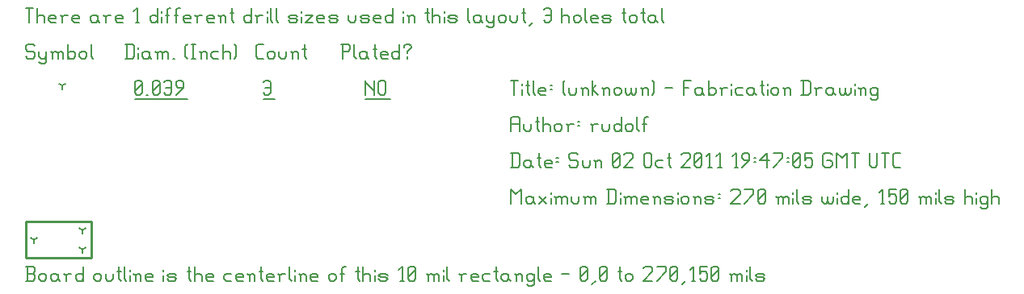
<source format=gbr>
G04 start of page 11 for group -3984 idx -3984 *
G04 Title: (unknown), fab *
G04 Creator: pcb 20100929 *
G04 CreationDate: Sun 02 Oct 2011 19:47:05 GMT UTC *
G04 For: rudolf *
G04 Format: Gerber/RS-274X *
G04 PCB-Dimensions: 27001 15001 *
G04 PCB-Coordinate-Origin: lower left *
%MOIN*%
%FSLAX25Y25*%
%LNFAB*%
%ADD14C,0.0100*%
%ADD15C,0.0080*%
%ADD16C,0.0060*%
G54D15*X3500Y7501D02*Y5901D01*
Y7501D02*X4886Y8301D01*
X3500Y7501D02*X2114Y8301D01*
X23500Y3501D02*Y1901D01*
Y3501D02*X24886Y4301D01*
X23500Y3501D02*X22114Y4301D01*
X23500Y11501D02*Y9901D01*
Y11501D02*X24886Y12301D01*
X23500Y11501D02*X22114Y12301D01*
X15000Y71251D02*Y69651D01*
Y71251D02*X16386Y72051D01*
X15000Y71251D02*X13614Y72051D01*
G54D16*X140000Y73501D02*Y67501D01*
Y73501D02*Y72751D01*
X143750Y69001D01*
Y73501D02*Y67501D01*
X145551Y72751D02*Y68251D01*
Y72751D02*X146301Y73501D01*
X147801D01*
X148551Y72751D01*
Y68251D01*
X147801Y67501D02*X148551Y68251D01*
X146301Y67501D02*X147801D01*
X145551Y68251D02*X146301Y67501D01*
X140000Y65750D02*X150353D01*
X98000Y72751D02*X98750Y73501D01*
X100250D01*
X101000Y72751D01*
Y68251D01*
X100250Y67501D02*X101000Y68251D01*
X98750Y67501D02*X100250D01*
X98000Y68251D02*X98750Y67501D01*
Y70501D02*X101000D01*
X98000Y65750D02*X102801D01*
X45000Y68251D02*X45750Y67501D01*
X45000Y72751D02*Y68251D01*
Y72751D02*X45750Y73501D01*
X47250D01*
X48000Y72751D01*
Y68251D01*
X47250Y67501D02*X48000Y68251D01*
X45750Y67501D02*X47250D01*
X45000Y69001D02*X48000Y72001D01*
X49801Y67501D02*X50551D01*
X52353Y68251D02*X53103Y67501D01*
X52353Y72751D02*Y68251D01*
Y72751D02*X53103Y73501D01*
X54603D01*
X55353Y72751D01*
Y68251D01*
X54603Y67501D02*X55353Y68251D01*
X53103Y67501D02*X54603D01*
X52353Y69001D02*X55353Y72001D01*
X57154Y72751D02*X57904Y73501D01*
X59404D01*
X60154Y72751D01*
Y68251D01*
X59404Y67501D02*X60154Y68251D01*
X57904Y67501D02*X59404D01*
X57154Y68251D02*X57904Y67501D01*
Y70501D02*X60154D01*
X61956Y67501D02*X64956Y70501D01*
Y72751D02*Y70501D01*
X64206Y73501D02*X64956Y72751D01*
X62706Y73501D02*X64206D01*
X61956Y72751D02*X62706Y73501D01*
X61956Y72751D02*Y71251D01*
X62706Y70501D01*
X64956D01*
X45000Y65750D02*X66757D01*
X3000Y88501D02*X3750Y87751D01*
X750Y88501D02*X3000D01*
X0Y87751D02*X750Y88501D01*
X0Y87751D02*Y86251D01*
X750Y85501D01*
X3000D01*
X3750Y84751D01*
Y83251D01*
X3000Y82501D02*X3750Y83251D01*
X750Y82501D02*X3000D01*
X0Y83251D02*X750Y82501D01*
X5551Y85501D02*Y83251D01*
X6301Y82501D01*
X8551Y85501D02*Y81001D01*
X7801Y80251D02*X8551Y81001D01*
X6301Y80251D02*X7801D01*
X5551Y81001D02*X6301Y80251D01*
Y82501D02*X7801D01*
X8551Y83251D01*
X11103Y84751D02*Y82501D01*
Y84751D02*X11853Y85501D01*
X12603D01*
X13353Y84751D01*
Y82501D01*
Y84751D02*X14103Y85501D01*
X14853D01*
X15603Y84751D01*
Y82501D01*
X10353Y85501D02*X11103Y84751D01*
X17404Y88501D02*Y82501D01*
Y83251D02*X18154Y82501D01*
X19654D01*
X20404Y83251D01*
Y84751D02*Y83251D01*
X19654Y85501D02*X20404Y84751D01*
X18154Y85501D02*X19654D01*
X17404Y84751D02*X18154Y85501D01*
X22206Y84751D02*Y83251D01*
Y84751D02*X22956Y85501D01*
X24456D01*
X25206Y84751D01*
Y83251D01*
X24456Y82501D02*X25206Y83251D01*
X22956Y82501D02*X24456D01*
X22206Y83251D02*X22956Y82501D01*
X27007Y88501D02*Y83251D01*
X27757Y82501D01*
X41750Y88501D02*Y82501D01*
X44000Y88501D02*X44750Y87751D01*
Y83251D01*
X44000Y82501D02*X44750Y83251D01*
X41000Y82501D02*X44000D01*
X41000Y88501D02*X44000D01*
X46551Y87001D02*Y86251D01*
Y84751D02*Y82501D01*
X50303Y85501D02*X51053Y84751D01*
X48803Y85501D02*X50303D01*
X48053Y84751D02*X48803Y85501D01*
X48053Y84751D02*Y83251D01*
X48803Y82501D01*
X51053Y85501D02*Y83251D01*
X51803Y82501D01*
X48803D02*X50303D01*
X51053Y83251D01*
X54354Y84751D02*Y82501D01*
Y84751D02*X55104Y85501D01*
X55854D01*
X56604Y84751D01*
Y82501D01*
Y84751D02*X57354Y85501D01*
X58104D01*
X58854Y84751D01*
Y82501D01*
X53604Y85501D02*X54354Y84751D01*
X60656Y82501D02*X61406D01*
X65907Y83251D02*X66657Y82501D01*
X65907Y87751D02*X66657Y88501D01*
X65907Y87751D02*Y83251D01*
X68459Y88501D02*X69959D01*
X69209D02*Y82501D01*
X68459D02*X69959D01*
X72510Y84751D02*Y82501D01*
Y84751D02*X73260Y85501D01*
X74010D01*
X74760Y84751D01*
Y82501D01*
X71760Y85501D02*X72510Y84751D01*
X77312Y85501D02*X79562D01*
X76562Y84751D02*X77312Y85501D01*
X76562Y84751D02*Y83251D01*
X77312Y82501D01*
X79562D01*
X81363Y88501D02*Y82501D01*
Y84751D02*X82113Y85501D01*
X83613D01*
X84363Y84751D01*
Y82501D01*
X86165Y88501D02*X86915Y87751D01*
Y83251D01*
X86165Y82501D02*X86915Y83251D01*
X95750Y82501D02*X98000D01*
X95000Y83251D02*X95750Y82501D01*
X95000Y87751D02*Y83251D01*
Y87751D02*X95750Y88501D01*
X98000D01*
X99801Y84751D02*Y83251D01*
Y84751D02*X100551Y85501D01*
X102051D01*
X102801Y84751D01*
Y83251D01*
X102051Y82501D02*X102801Y83251D01*
X100551Y82501D02*X102051D01*
X99801Y83251D02*X100551Y82501D01*
X104603Y85501D02*Y83251D01*
X105353Y82501D01*
X106853D01*
X107603Y83251D01*
Y85501D02*Y83251D01*
X110154Y84751D02*Y82501D01*
Y84751D02*X110904Y85501D01*
X111654D01*
X112404Y84751D01*
Y82501D01*
X109404Y85501D02*X110154Y84751D01*
X114956Y88501D02*Y83251D01*
X115706Y82501D01*
X114206Y86251D02*X115706D01*
X130750Y88501D02*Y82501D01*
X130000Y88501D02*X133000D01*
X133750Y87751D01*
Y86251D01*
X133000Y85501D02*X133750Y86251D01*
X130750Y85501D02*X133000D01*
X135551Y88501D02*Y83251D01*
X136301Y82501D01*
X140053Y85501D02*X140803Y84751D01*
X138553Y85501D02*X140053D01*
X137803Y84751D02*X138553Y85501D01*
X137803Y84751D02*Y83251D01*
X138553Y82501D01*
X140803Y85501D02*Y83251D01*
X141553Y82501D01*
X138553D02*X140053D01*
X140803Y83251D01*
X144104Y88501D02*Y83251D01*
X144854Y82501D01*
X143354Y86251D02*X144854D01*
X147106Y82501D02*X149356D01*
X146356Y83251D02*X147106Y82501D01*
X146356Y84751D02*Y83251D01*
Y84751D02*X147106Y85501D01*
X148606D01*
X149356Y84751D01*
X146356Y84001D02*X149356D01*
Y84751D02*Y84001D01*
X154157Y88501D02*Y82501D01*
X153407D02*X154157Y83251D01*
X151907Y82501D02*X153407D01*
X151157Y83251D02*X151907Y82501D01*
X151157Y84751D02*Y83251D01*
Y84751D02*X151907Y85501D01*
X153407D01*
X154157Y84751D01*
X157459Y85501D02*Y84751D01*
Y83251D02*Y82501D01*
X155959Y87751D02*Y87001D01*
Y87751D02*X156709Y88501D01*
X158209D01*
X158959Y87751D01*
Y87001D01*
X157459Y85501D02*X158959Y87001D01*
X0Y103501D02*X3000D01*
X1500D02*Y97501D01*
X4801Y103501D02*Y97501D01*
Y99751D02*X5551Y100501D01*
X7051D01*
X7801Y99751D01*
Y97501D01*
X10353D02*X12603D01*
X9603Y98251D02*X10353Y97501D01*
X9603Y99751D02*Y98251D01*
Y99751D02*X10353Y100501D01*
X11853D01*
X12603Y99751D01*
X9603Y99001D02*X12603D01*
Y99751D02*Y99001D01*
X15154Y99751D02*Y97501D01*
Y99751D02*X15904Y100501D01*
X17404D01*
X14404D02*X15154Y99751D01*
X19956Y97501D02*X22206D01*
X19206Y98251D02*X19956Y97501D01*
X19206Y99751D02*Y98251D01*
Y99751D02*X19956Y100501D01*
X21456D01*
X22206Y99751D01*
X19206Y99001D02*X22206D01*
Y99751D02*Y99001D01*
X28957Y100501D02*X29707Y99751D01*
X27457Y100501D02*X28957D01*
X26707Y99751D02*X27457Y100501D01*
X26707Y99751D02*Y98251D01*
X27457Y97501D01*
X29707Y100501D02*Y98251D01*
X30457Y97501D01*
X27457D02*X28957D01*
X29707Y98251D01*
X33009Y99751D02*Y97501D01*
Y99751D02*X33759Y100501D01*
X35259D01*
X32259D02*X33009Y99751D01*
X37810Y97501D02*X40060D01*
X37060Y98251D02*X37810Y97501D01*
X37060Y99751D02*Y98251D01*
Y99751D02*X37810Y100501D01*
X39310D01*
X40060Y99751D01*
X37060Y99001D02*X40060D01*
Y99751D02*Y99001D01*
X45312Y97501D02*X46812D01*
X46062Y103501D02*Y97501D01*
X44562Y102001D02*X46062Y103501D01*
X54313D02*Y97501D01*
X53563D02*X54313Y98251D01*
X52063Y97501D02*X53563D01*
X51313Y98251D02*X52063Y97501D01*
X51313Y99751D02*Y98251D01*
Y99751D02*X52063Y100501D01*
X53563D01*
X54313Y99751D01*
X56115Y102001D02*Y101251D01*
Y99751D02*Y97501D01*
X58366Y102751D02*Y97501D01*
Y102751D02*X59116Y103501D01*
X59866D01*
X57616Y100501D02*X59116D01*
X62118Y102751D02*Y97501D01*
Y102751D02*X62868Y103501D01*
X63618D01*
X61368Y100501D02*X62868D01*
X65869Y97501D02*X68119D01*
X65119Y98251D02*X65869Y97501D01*
X65119Y99751D02*Y98251D01*
Y99751D02*X65869Y100501D01*
X67369D01*
X68119Y99751D01*
X65119Y99001D02*X68119D01*
Y99751D02*Y99001D01*
X70671Y99751D02*Y97501D01*
Y99751D02*X71421Y100501D01*
X72921D01*
X69921D02*X70671Y99751D01*
X75472Y97501D02*X77722D01*
X74722Y98251D02*X75472Y97501D01*
X74722Y99751D02*Y98251D01*
Y99751D02*X75472Y100501D01*
X76972D01*
X77722Y99751D01*
X74722Y99001D02*X77722D01*
Y99751D02*Y99001D01*
X80274Y99751D02*Y97501D01*
Y99751D02*X81024Y100501D01*
X81774D01*
X82524Y99751D01*
Y97501D01*
X79524Y100501D02*X80274Y99751D01*
X85075Y103501D02*Y98251D01*
X85825Y97501D01*
X84325Y101251D02*X85825D01*
X93027Y103501D02*Y97501D01*
X92277D02*X93027Y98251D01*
X90777Y97501D02*X92277D01*
X90027Y98251D02*X90777Y97501D01*
X90027Y99751D02*Y98251D01*
Y99751D02*X90777Y100501D01*
X92277D01*
X93027Y99751D01*
X95578D02*Y97501D01*
Y99751D02*X96328Y100501D01*
X97828D01*
X94828D02*X95578Y99751D01*
X99630Y102001D02*Y101251D01*
Y99751D02*Y97501D01*
X101131Y103501D02*Y98251D01*
X101881Y97501D01*
X103383Y103501D02*Y98251D01*
X104133Y97501D01*
X109084D02*X111334D01*
X112084Y98251D01*
X111334Y99001D02*X112084Y98251D01*
X109084Y99001D02*X111334D01*
X108334Y99751D02*X109084Y99001D01*
X108334Y99751D02*X109084Y100501D01*
X111334D01*
X112084Y99751D01*
X108334Y98251D02*X109084Y97501D01*
X113886Y102001D02*Y101251D01*
Y99751D02*Y97501D01*
X115387Y100501D02*X118387D01*
X115387Y97501D02*X118387Y100501D01*
X115387Y97501D02*X118387D01*
X120939D02*X123189D01*
X120189Y98251D02*X120939Y97501D01*
X120189Y99751D02*Y98251D01*
Y99751D02*X120939Y100501D01*
X122439D01*
X123189Y99751D01*
X120189Y99001D02*X123189D01*
Y99751D02*Y99001D01*
X125740Y97501D02*X127990D01*
X128740Y98251D01*
X127990Y99001D02*X128740Y98251D01*
X125740Y99001D02*X127990D01*
X124990Y99751D02*X125740Y99001D01*
X124990Y99751D02*X125740Y100501D01*
X127990D01*
X128740Y99751D01*
X124990Y98251D02*X125740Y97501D01*
X133242Y100501D02*Y98251D01*
X133992Y97501D01*
X135492D01*
X136242Y98251D01*
Y100501D02*Y98251D01*
X138793Y97501D02*X141043D01*
X141793Y98251D01*
X141043Y99001D02*X141793Y98251D01*
X138793Y99001D02*X141043D01*
X138043Y99751D02*X138793Y99001D01*
X138043Y99751D02*X138793Y100501D01*
X141043D01*
X141793Y99751D01*
X138043Y98251D02*X138793Y97501D01*
X144345D02*X146595D01*
X143595Y98251D02*X144345Y97501D01*
X143595Y99751D02*Y98251D01*
Y99751D02*X144345Y100501D01*
X145845D01*
X146595Y99751D01*
X143595Y99001D02*X146595D01*
Y99751D02*Y99001D01*
X151396Y103501D02*Y97501D01*
X150646D02*X151396Y98251D01*
X149146Y97501D02*X150646D01*
X148396Y98251D02*X149146Y97501D01*
X148396Y99751D02*Y98251D01*
Y99751D02*X149146Y100501D01*
X150646D01*
X151396Y99751D01*
X155898Y102001D02*Y101251D01*
Y99751D02*Y97501D01*
X158149Y99751D02*Y97501D01*
Y99751D02*X158899Y100501D01*
X159649D01*
X160399Y99751D01*
Y97501D01*
X157399Y100501D02*X158149Y99751D01*
X165651Y103501D02*Y98251D01*
X166401Y97501D01*
X164901Y101251D02*X166401D01*
X167902Y103501D02*Y97501D01*
Y99751D02*X168652Y100501D01*
X170152D01*
X170902Y99751D01*
Y97501D01*
X172704Y102001D02*Y101251D01*
Y99751D02*Y97501D01*
X174955D02*X177205D01*
X177955Y98251D01*
X177205Y99001D02*X177955Y98251D01*
X174955Y99001D02*X177205D01*
X174205Y99751D02*X174955Y99001D01*
X174205Y99751D02*X174955Y100501D01*
X177205D01*
X177955Y99751D01*
X174205Y98251D02*X174955Y97501D01*
X182457Y103501D02*Y98251D01*
X183207Y97501D01*
X186958Y100501D02*X187708Y99751D01*
X185458Y100501D02*X186958D01*
X184708Y99751D02*X185458Y100501D01*
X184708Y99751D02*Y98251D01*
X185458Y97501D01*
X187708Y100501D02*Y98251D01*
X188458Y97501D01*
X185458D02*X186958D01*
X187708Y98251D01*
X190260Y100501D02*Y98251D01*
X191010Y97501D01*
X193260Y100501D02*Y96001D01*
X192510Y95251D02*X193260Y96001D01*
X191010Y95251D02*X192510D01*
X190260Y96001D02*X191010Y95251D01*
Y97501D02*X192510D01*
X193260Y98251D01*
X195061Y99751D02*Y98251D01*
Y99751D02*X195811Y100501D01*
X197311D01*
X198061Y99751D01*
Y98251D01*
X197311Y97501D02*X198061Y98251D01*
X195811Y97501D02*X197311D01*
X195061Y98251D02*X195811Y97501D01*
X199863Y100501D02*Y98251D01*
X200613Y97501D01*
X202113D01*
X202863Y98251D01*
Y100501D02*Y98251D01*
X205414Y103501D02*Y98251D01*
X206164Y97501D01*
X204664Y101251D02*X206164D01*
X207666Y96001D02*X209166Y97501D01*
X213667Y102751D02*X214417Y103501D01*
X215917D01*
X216667Y102751D01*
Y98251D01*
X215917Y97501D02*X216667Y98251D01*
X214417Y97501D02*X215917D01*
X213667Y98251D02*X214417Y97501D01*
Y100501D02*X216667D01*
X221169Y103501D02*Y97501D01*
Y99751D02*X221919Y100501D01*
X223419D01*
X224169Y99751D01*
Y97501D01*
X225970Y99751D02*Y98251D01*
Y99751D02*X226720Y100501D01*
X228220D01*
X228970Y99751D01*
Y98251D01*
X228220Y97501D02*X228970Y98251D01*
X226720Y97501D02*X228220D01*
X225970Y98251D02*X226720Y97501D01*
X230772Y103501D02*Y98251D01*
X231522Y97501D01*
X233773D02*X236023D01*
X233023Y98251D02*X233773Y97501D01*
X233023Y99751D02*Y98251D01*
Y99751D02*X233773Y100501D01*
X235273D01*
X236023Y99751D01*
X233023Y99001D02*X236023D01*
Y99751D02*Y99001D01*
X238575Y97501D02*X240825D01*
X241575Y98251D01*
X240825Y99001D02*X241575Y98251D01*
X238575Y99001D02*X240825D01*
X237825Y99751D02*X238575Y99001D01*
X237825Y99751D02*X238575Y100501D01*
X240825D01*
X241575Y99751D01*
X237825Y98251D02*X238575Y97501D01*
X246826Y103501D02*Y98251D01*
X247576Y97501D01*
X246076Y101251D02*X247576D01*
X249078Y99751D02*Y98251D01*
Y99751D02*X249828Y100501D01*
X251328D01*
X252078Y99751D01*
Y98251D01*
X251328Y97501D02*X252078Y98251D01*
X249828Y97501D02*X251328D01*
X249078Y98251D02*X249828Y97501D01*
X254629Y103501D02*Y98251D01*
X255379Y97501D01*
X253879Y101251D02*X255379D01*
X259131Y100501D02*X259881Y99751D01*
X257631Y100501D02*X259131D01*
X256881Y99751D02*X257631Y100501D01*
X256881Y99751D02*Y98251D01*
X257631Y97501D01*
X259881Y100501D02*Y98251D01*
X260631Y97501D01*
X257631D02*X259131D01*
X259881Y98251D01*
X262432Y103501D02*Y98251D01*
X263182Y97501D01*
G54D14*X0Y15001D02*X27001D01*
X0D02*Y0D01*
X27001Y15001D02*Y0D01*
X0D02*X27001D01*
G54D16*X200000Y28501D02*Y22501D01*
Y28501D02*X202250Y26251D01*
X204500Y28501D01*
Y22501D01*
X208551Y25501D02*X209301Y24751D01*
X207051Y25501D02*X208551D01*
X206301Y24751D02*X207051Y25501D01*
X206301Y24751D02*Y23251D01*
X207051Y22501D01*
X209301Y25501D02*Y23251D01*
X210051Y22501D01*
X207051D02*X208551D01*
X209301Y23251D01*
X211853Y25501D02*X214853Y22501D01*
X211853D02*X214853Y25501D01*
X216654Y27001D02*Y26251D01*
Y24751D02*Y22501D01*
X218906Y24751D02*Y22501D01*
Y24751D02*X219656Y25501D01*
X220406D01*
X221156Y24751D01*
Y22501D01*
Y24751D02*X221906Y25501D01*
X222656D01*
X223406Y24751D01*
Y22501D01*
X218156Y25501D02*X218906Y24751D01*
X225207Y25501D02*Y23251D01*
X225957Y22501D01*
X227457D01*
X228207Y23251D01*
Y25501D02*Y23251D01*
X230759Y24751D02*Y22501D01*
Y24751D02*X231509Y25501D01*
X232259D01*
X233009Y24751D01*
Y22501D01*
Y24751D02*X233759Y25501D01*
X234509D01*
X235259Y24751D01*
Y22501D01*
X230009Y25501D02*X230759Y24751D01*
X240510Y28501D02*Y22501D01*
X242760Y28501D02*X243510Y27751D01*
Y23251D01*
X242760Y22501D02*X243510Y23251D01*
X239760Y22501D02*X242760D01*
X239760Y28501D02*X242760D01*
X245312Y27001D02*Y26251D01*
Y24751D02*Y22501D01*
X247563Y24751D02*Y22501D01*
Y24751D02*X248313Y25501D01*
X249063D01*
X249813Y24751D01*
Y22501D01*
Y24751D02*X250563Y25501D01*
X251313D01*
X252063Y24751D01*
Y22501D01*
X246813Y25501D02*X247563Y24751D01*
X254615Y22501D02*X256865D01*
X253865Y23251D02*X254615Y22501D01*
X253865Y24751D02*Y23251D01*
Y24751D02*X254615Y25501D01*
X256115D01*
X256865Y24751D01*
X253865Y24001D02*X256865D01*
Y24751D02*Y24001D01*
X259416Y24751D02*Y22501D01*
Y24751D02*X260166Y25501D01*
X260916D01*
X261666Y24751D01*
Y22501D01*
X258666Y25501D02*X259416Y24751D01*
X264218Y22501D02*X266468D01*
X267218Y23251D01*
X266468Y24001D02*X267218Y23251D01*
X264218Y24001D02*X266468D01*
X263468Y24751D02*X264218Y24001D01*
X263468Y24751D02*X264218Y25501D01*
X266468D01*
X267218Y24751D01*
X263468Y23251D02*X264218Y22501D01*
X269019Y27001D02*Y26251D01*
Y24751D02*Y22501D01*
X270521Y24751D02*Y23251D01*
Y24751D02*X271271Y25501D01*
X272771D01*
X273521Y24751D01*
Y23251D01*
X272771Y22501D02*X273521Y23251D01*
X271271Y22501D02*X272771D01*
X270521Y23251D02*X271271Y22501D01*
X276072Y24751D02*Y22501D01*
Y24751D02*X276822Y25501D01*
X277572D01*
X278322Y24751D01*
Y22501D01*
X275322Y25501D02*X276072Y24751D01*
X280874Y22501D02*X283124D01*
X283874Y23251D01*
X283124Y24001D02*X283874Y23251D01*
X280874Y24001D02*X283124D01*
X280124Y24751D02*X280874Y24001D01*
X280124Y24751D02*X280874Y25501D01*
X283124D01*
X283874Y24751D01*
X280124Y23251D02*X280874Y22501D01*
X285675Y26251D02*X286425D01*
X285675Y24751D02*X286425D01*
X290927Y27751D02*X291677Y28501D01*
X293927D01*
X294677Y27751D01*
Y26251D01*
X290927Y22501D02*X294677Y26251D01*
X290927Y22501D02*X294677D01*
X296478D02*X300228Y26251D01*
Y28501D02*Y26251D01*
X296478Y28501D02*X300228D01*
X302030Y23251D02*X302780Y22501D01*
X302030Y27751D02*Y23251D01*
Y27751D02*X302780Y28501D01*
X304280D01*
X305030Y27751D01*
Y23251D01*
X304280Y22501D02*X305030Y23251D01*
X302780Y22501D02*X304280D01*
X302030Y24001D02*X305030Y27001D01*
X310281Y24751D02*Y22501D01*
Y24751D02*X311031Y25501D01*
X311781D01*
X312531Y24751D01*
Y22501D01*
Y24751D02*X313281Y25501D01*
X314031D01*
X314781Y24751D01*
Y22501D01*
X309531Y25501D02*X310281Y24751D01*
X316583Y27001D02*Y26251D01*
Y24751D02*Y22501D01*
X318084Y28501D02*Y23251D01*
X318834Y22501D01*
X321086D02*X323336D01*
X324086Y23251D01*
X323336Y24001D02*X324086Y23251D01*
X321086Y24001D02*X323336D01*
X320336Y24751D02*X321086Y24001D01*
X320336Y24751D02*X321086Y25501D01*
X323336D01*
X324086Y24751D01*
X320336Y23251D02*X321086Y22501D01*
X328587Y25501D02*Y23251D01*
X329337Y22501D01*
X330087D01*
X330837Y23251D01*
Y25501D02*Y23251D01*
X331587Y22501D01*
X332337D01*
X333087Y23251D01*
Y25501D02*Y23251D01*
X334889Y27001D02*Y26251D01*
Y24751D02*Y22501D01*
X339390Y28501D02*Y22501D01*
X338640D02*X339390Y23251D01*
X337140Y22501D02*X338640D01*
X336390Y23251D02*X337140Y22501D01*
X336390Y24751D02*Y23251D01*
Y24751D02*X337140Y25501D01*
X338640D01*
X339390Y24751D01*
X341942Y22501D02*X344192D01*
X341192Y23251D02*X341942Y22501D01*
X341192Y24751D02*Y23251D01*
Y24751D02*X341942Y25501D01*
X343442D01*
X344192Y24751D01*
X341192Y24001D02*X344192D01*
Y24751D02*Y24001D01*
X345993Y21001D02*X347493Y22501D01*
X352745D02*X354245D01*
X353495Y28501D02*Y22501D01*
X351995Y27001D02*X353495Y28501D01*
X356046D02*X359046D01*
X356046D02*Y25501D01*
X356796Y26251D01*
X358296D01*
X359046Y25501D01*
Y23251D01*
X358296Y22501D02*X359046Y23251D01*
X356796Y22501D02*X358296D01*
X356046Y23251D02*X356796Y22501D01*
X360848Y23251D02*X361598Y22501D01*
X360848Y27751D02*Y23251D01*
Y27751D02*X361598Y28501D01*
X363098D01*
X363848Y27751D01*
Y23251D01*
X363098Y22501D02*X363848Y23251D01*
X361598Y22501D02*X363098D01*
X360848Y24001D02*X363848Y27001D01*
X369099Y24751D02*Y22501D01*
Y24751D02*X369849Y25501D01*
X370599D01*
X371349Y24751D01*
Y22501D01*
Y24751D02*X372099Y25501D01*
X372849D01*
X373599Y24751D01*
Y22501D01*
X368349Y25501D02*X369099Y24751D01*
X375401Y27001D02*Y26251D01*
Y24751D02*Y22501D01*
X376902Y28501D02*Y23251D01*
X377652Y22501D01*
X379904D02*X382154D01*
X382904Y23251D01*
X382154Y24001D02*X382904Y23251D01*
X379904Y24001D02*X382154D01*
X379154Y24751D02*X379904Y24001D01*
X379154Y24751D02*X379904Y25501D01*
X382154D01*
X382904Y24751D01*
X379154Y23251D02*X379904Y22501D01*
X387405Y28501D02*Y22501D01*
Y24751D02*X388155Y25501D01*
X389655D01*
X390405Y24751D01*
Y22501D01*
X392207Y27001D02*Y26251D01*
Y24751D02*Y22501D01*
X395958Y25501D02*X396708Y24751D01*
X394458Y25501D02*X395958D01*
X393708Y24751D02*X394458Y25501D01*
X393708Y24751D02*Y23251D01*
X394458Y22501D01*
X395958D01*
X396708Y23251D01*
X393708Y21001D02*X394458Y20251D01*
X395958D01*
X396708Y21001D01*
Y25501D02*Y21001D01*
X398510Y28501D02*Y22501D01*
Y24751D02*X399260Y25501D01*
X400760D01*
X401510Y24751D01*
Y22501D01*
X0Y-9500D02*X3000D01*
X3750Y-8750D01*
Y-7250D02*Y-8750D01*
X3000Y-6500D02*X3750Y-7250D01*
X750Y-6500D02*X3000D01*
X750Y-3500D02*Y-9500D01*
X0Y-3500D02*X3000D01*
X3750Y-4250D01*
Y-5750D01*
X3000Y-6500D02*X3750Y-5750D01*
X5551Y-7250D02*Y-8750D01*
Y-7250D02*X6301Y-6500D01*
X7801D01*
X8551Y-7250D01*
Y-8750D01*
X7801Y-9500D02*X8551Y-8750D01*
X6301Y-9500D02*X7801D01*
X5551Y-8750D02*X6301Y-9500D01*
X12603Y-6500D02*X13353Y-7250D01*
X11103Y-6500D02*X12603D01*
X10353Y-7250D02*X11103Y-6500D01*
X10353Y-7250D02*Y-8750D01*
X11103Y-9500D01*
X13353Y-6500D02*Y-8750D01*
X14103Y-9500D01*
X11103D02*X12603D01*
X13353Y-8750D01*
X16654Y-7250D02*Y-9500D01*
Y-7250D02*X17404Y-6500D01*
X18904D01*
X15904D02*X16654Y-7250D01*
X23706Y-3500D02*Y-9500D01*
X22956D02*X23706Y-8750D01*
X21456Y-9500D02*X22956D01*
X20706Y-8750D02*X21456Y-9500D01*
X20706Y-7250D02*Y-8750D01*
Y-7250D02*X21456Y-6500D01*
X22956D01*
X23706Y-7250D01*
X28207D02*Y-8750D01*
Y-7250D02*X28957Y-6500D01*
X30457D01*
X31207Y-7250D01*
Y-8750D01*
X30457Y-9500D02*X31207Y-8750D01*
X28957Y-9500D02*X30457D01*
X28207Y-8750D02*X28957Y-9500D01*
X33009Y-6500D02*Y-8750D01*
X33759Y-9500D01*
X35259D01*
X36009Y-8750D01*
Y-6500D02*Y-8750D01*
X38560Y-3500D02*Y-8750D01*
X39310Y-9500D01*
X37810Y-5750D02*X39310D01*
X40812Y-3500D02*Y-8750D01*
X41562Y-9500D01*
X43063Y-5000D02*Y-5750D01*
Y-7250D02*Y-9500D01*
X45315Y-7250D02*Y-9500D01*
Y-7250D02*X46065Y-6500D01*
X46815D01*
X47565Y-7250D01*
Y-9500D01*
X44565Y-6500D02*X45315Y-7250D01*
X50116Y-9500D02*X52366D01*
X49366Y-8750D02*X50116Y-9500D01*
X49366Y-7250D02*Y-8750D01*
Y-7250D02*X50116Y-6500D01*
X51616D01*
X52366Y-7250D01*
X49366Y-8000D02*X52366D01*
Y-7250D02*Y-8000D01*
X56868Y-5000D02*Y-5750D01*
Y-7250D02*Y-9500D01*
X59119D02*X61369D01*
X62119Y-8750D01*
X61369Y-8000D02*X62119Y-8750D01*
X59119Y-8000D02*X61369D01*
X58369Y-7250D02*X59119Y-8000D01*
X58369Y-7250D02*X59119Y-6500D01*
X61369D01*
X62119Y-7250D01*
X58369Y-8750D02*X59119Y-9500D01*
X67371Y-3500D02*Y-8750D01*
X68121Y-9500D01*
X66621Y-5750D02*X68121D01*
X69622Y-3500D02*Y-9500D01*
Y-7250D02*X70372Y-6500D01*
X71872D01*
X72622Y-7250D01*
Y-9500D01*
X75174D02*X77424D01*
X74424Y-8750D02*X75174Y-9500D01*
X74424Y-7250D02*Y-8750D01*
Y-7250D02*X75174Y-6500D01*
X76674D01*
X77424Y-7250D01*
X74424Y-8000D02*X77424D01*
Y-7250D02*Y-8000D01*
X82675Y-6500D02*X84925D01*
X81925Y-7250D02*X82675Y-6500D01*
X81925Y-7250D02*Y-8750D01*
X82675Y-9500D01*
X84925D01*
X87477D02*X89727D01*
X86727Y-8750D02*X87477Y-9500D01*
X86727Y-7250D02*Y-8750D01*
Y-7250D02*X87477Y-6500D01*
X88977D01*
X89727Y-7250D01*
X86727Y-8000D02*X89727D01*
Y-7250D02*Y-8000D01*
X92278Y-7250D02*Y-9500D01*
Y-7250D02*X93028Y-6500D01*
X93778D01*
X94528Y-7250D01*
Y-9500D01*
X91528Y-6500D02*X92278Y-7250D01*
X97080Y-3500D02*Y-8750D01*
X97830Y-9500D01*
X96330Y-5750D02*X97830D01*
X100081Y-9500D02*X102331D01*
X99331Y-8750D02*X100081Y-9500D01*
X99331Y-7250D02*Y-8750D01*
Y-7250D02*X100081Y-6500D01*
X101581D01*
X102331Y-7250D01*
X99331Y-8000D02*X102331D01*
Y-7250D02*Y-8000D01*
X104883Y-7250D02*Y-9500D01*
Y-7250D02*X105633Y-6500D01*
X107133D01*
X104133D02*X104883Y-7250D01*
X108934Y-3500D02*Y-8750D01*
X109684Y-9500D01*
X111186Y-5000D02*Y-5750D01*
Y-7250D02*Y-9500D01*
X113437Y-7250D02*Y-9500D01*
Y-7250D02*X114187Y-6500D01*
X114937D01*
X115687Y-7250D01*
Y-9500D01*
X112687Y-6500D02*X113437Y-7250D01*
X118239Y-9500D02*X120489D01*
X117489Y-8750D02*X118239Y-9500D01*
X117489Y-7250D02*Y-8750D01*
Y-7250D02*X118239Y-6500D01*
X119739D01*
X120489Y-7250D01*
X117489Y-8000D02*X120489D01*
Y-7250D02*Y-8000D01*
X124990Y-7250D02*Y-8750D01*
Y-7250D02*X125740Y-6500D01*
X127240D01*
X127990Y-7250D01*
Y-8750D01*
X127240Y-9500D02*X127990Y-8750D01*
X125740Y-9500D02*X127240D01*
X124990Y-8750D02*X125740Y-9500D01*
X130542Y-4250D02*Y-9500D01*
Y-4250D02*X131292Y-3500D01*
X132042D01*
X129792Y-6500D02*X131292D01*
X136993Y-3500D02*Y-8750D01*
X137743Y-9500D01*
X136243Y-5750D02*X137743D01*
X139245Y-3500D02*Y-9500D01*
Y-7250D02*X139995Y-6500D01*
X141495D01*
X142245Y-7250D01*
Y-9500D01*
X144046Y-5000D02*Y-5750D01*
Y-7250D02*Y-9500D01*
X146298D02*X148548D01*
X149298Y-8750D01*
X148548Y-8000D02*X149298Y-8750D01*
X146298Y-8000D02*X148548D01*
X145548Y-7250D02*X146298Y-8000D01*
X145548Y-7250D02*X146298Y-6500D01*
X148548D01*
X149298Y-7250D01*
X145548Y-8750D02*X146298Y-9500D01*
X154549D02*X156049D01*
X155299Y-3500D02*Y-9500D01*
X153799Y-5000D02*X155299Y-3500D01*
X157851Y-8750D02*X158601Y-9500D01*
X157851Y-4250D02*Y-8750D01*
Y-4250D02*X158601Y-3500D01*
X160101D01*
X160851Y-4250D01*
Y-8750D01*
X160101Y-9500D02*X160851Y-8750D01*
X158601Y-9500D02*X160101D01*
X157851Y-8000D02*X160851Y-5000D01*
X166102Y-7250D02*Y-9500D01*
Y-7250D02*X166852Y-6500D01*
X167602D01*
X168352Y-7250D01*
Y-9500D01*
Y-7250D02*X169102Y-6500D01*
X169852D01*
X170602Y-7250D01*
Y-9500D01*
X165352Y-6500D02*X166102Y-7250D01*
X172404Y-5000D02*Y-5750D01*
Y-7250D02*Y-9500D01*
X173905Y-3500D02*Y-8750D01*
X174655Y-9500D01*
X179607Y-7250D02*Y-9500D01*
Y-7250D02*X180357Y-6500D01*
X181857D01*
X178857D02*X179607Y-7250D01*
X184408Y-9500D02*X186658D01*
X183658Y-8750D02*X184408Y-9500D01*
X183658Y-7250D02*Y-8750D01*
Y-7250D02*X184408Y-6500D01*
X185908D01*
X186658Y-7250D01*
X183658Y-8000D02*X186658D01*
Y-7250D02*Y-8000D01*
X189210Y-6500D02*X191460D01*
X188460Y-7250D02*X189210Y-6500D01*
X188460Y-7250D02*Y-8750D01*
X189210Y-9500D01*
X191460D01*
X194011Y-3500D02*Y-8750D01*
X194761Y-9500D01*
X193261Y-5750D02*X194761D01*
X198513Y-6500D02*X199263Y-7250D01*
X197013Y-6500D02*X198513D01*
X196263Y-7250D02*X197013Y-6500D01*
X196263Y-7250D02*Y-8750D01*
X197013Y-9500D01*
X199263Y-6500D02*Y-8750D01*
X200013Y-9500D01*
X197013D02*X198513D01*
X199263Y-8750D01*
X202564Y-7250D02*Y-9500D01*
Y-7250D02*X203314Y-6500D01*
X204064D01*
X204814Y-7250D01*
Y-9500D01*
X201814Y-6500D02*X202564Y-7250D01*
X208866Y-6500D02*X209616Y-7250D01*
X207366Y-6500D02*X208866D01*
X206616Y-7250D02*X207366Y-6500D01*
X206616Y-7250D02*Y-8750D01*
X207366Y-9500D01*
X208866D01*
X209616Y-8750D01*
X206616Y-11000D02*X207366Y-11750D01*
X208866D01*
X209616Y-11000D01*
Y-6500D02*Y-11000D01*
X211417Y-3500D02*Y-8750D01*
X212167Y-9500D01*
X214419D02*X216669D01*
X213669Y-8750D02*X214419Y-9500D01*
X213669Y-7250D02*Y-8750D01*
Y-7250D02*X214419Y-6500D01*
X215919D01*
X216669Y-7250D01*
X213669Y-8000D02*X216669D01*
Y-7250D02*Y-8000D01*
X221170Y-6500D02*X224170D01*
X228672Y-8750D02*X229422Y-9500D01*
X228672Y-4250D02*Y-8750D01*
Y-4250D02*X229422Y-3500D01*
X230922D01*
X231672Y-4250D01*
Y-8750D01*
X230922Y-9500D02*X231672Y-8750D01*
X229422Y-9500D02*X230922D01*
X228672Y-8000D02*X231672Y-5000D01*
X233473Y-11000D02*X234973Y-9500D01*
X236775Y-8750D02*X237525Y-9500D01*
X236775Y-4250D02*Y-8750D01*
Y-4250D02*X237525Y-3500D01*
X239025D01*
X239775Y-4250D01*
Y-8750D01*
X239025Y-9500D02*X239775Y-8750D01*
X237525Y-9500D02*X239025D01*
X236775Y-8000D02*X239775Y-5000D01*
X245026Y-3500D02*Y-8750D01*
X245776Y-9500D01*
X244276Y-5750D02*X245776D01*
X247278Y-7250D02*Y-8750D01*
Y-7250D02*X248028Y-6500D01*
X249528D01*
X250278Y-7250D01*
Y-8750D01*
X249528Y-9500D02*X250278Y-8750D01*
X248028Y-9500D02*X249528D01*
X247278Y-8750D02*X248028Y-9500D01*
X254779Y-4250D02*X255529Y-3500D01*
X257779D01*
X258529Y-4250D01*
Y-5750D01*
X254779Y-9500D02*X258529Y-5750D01*
X254779Y-9500D02*X258529D01*
X260331D02*X264081Y-5750D01*
Y-3500D02*Y-5750D01*
X260331Y-3500D02*X264081D01*
X265882Y-8750D02*X266632Y-9500D01*
X265882Y-4250D02*Y-8750D01*
Y-4250D02*X266632Y-3500D01*
X268132D01*
X268882Y-4250D01*
Y-8750D01*
X268132Y-9500D02*X268882Y-8750D01*
X266632Y-9500D02*X268132D01*
X265882Y-8000D02*X268882Y-5000D01*
X270684Y-11000D02*X272184Y-9500D01*
X274735D02*X276235D01*
X275485Y-3500D02*Y-9500D01*
X273985Y-5000D02*X275485Y-3500D01*
X278037D02*X281037D01*
X278037D02*Y-6500D01*
X278787Y-5750D01*
X280287D01*
X281037Y-6500D01*
Y-8750D01*
X280287Y-9500D02*X281037Y-8750D01*
X278787Y-9500D02*X280287D01*
X278037Y-8750D02*X278787Y-9500D01*
X282838Y-8750D02*X283588Y-9500D01*
X282838Y-4250D02*Y-8750D01*
Y-4250D02*X283588Y-3500D01*
X285088D01*
X285838Y-4250D01*
Y-8750D01*
X285088Y-9500D02*X285838Y-8750D01*
X283588Y-9500D02*X285088D01*
X282838Y-8000D02*X285838Y-5000D01*
X291090Y-7250D02*Y-9500D01*
Y-7250D02*X291840Y-6500D01*
X292590D01*
X293340Y-7250D01*
Y-9500D01*
Y-7250D02*X294090Y-6500D01*
X294840D01*
X295590Y-7250D01*
Y-9500D01*
X290340Y-6500D02*X291090Y-7250D01*
X297391Y-5000D02*Y-5750D01*
Y-7250D02*Y-9500D01*
X298893Y-3500D02*Y-8750D01*
X299643Y-9500D01*
X301894D02*X304144D01*
X304894Y-8750D01*
X304144Y-8000D02*X304894Y-8750D01*
X301894Y-8000D02*X304144D01*
X301144Y-7250D02*X301894Y-8000D01*
X301144Y-7250D02*X301894Y-6500D01*
X304144D01*
X304894Y-7250D01*
X301144Y-8750D02*X301894Y-9500D01*
X200750Y43501D02*Y37501D01*
X203000Y43501D02*X203750Y42751D01*
Y38251D01*
X203000Y37501D02*X203750Y38251D01*
X200000Y37501D02*X203000D01*
X200000Y43501D02*X203000D01*
X207801Y40501D02*X208551Y39751D01*
X206301Y40501D02*X207801D01*
X205551Y39751D02*X206301Y40501D01*
X205551Y39751D02*Y38251D01*
X206301Y37501D01*
X208551Y40501D02*Y38251D01*
X209301Y37501D01*
X206301D02*X207801D01*
X208551Y38251D01*
X211853Y43501D02*Y38251D01*
X212603Y37501D01*
X211103Y41251D02*X212603D01*
X214854Y37501D02*X217104D01*
X214104Y38251D02*X214854Y37501D01*
X214104Y39751D02*Y38251D01*
Y39751D02*X214854Y40501D01*
X216354D01*
X217104Y39751D01*
X214104Y39001D02*X217104D01*
Y39751D02*Y39001D01*
X218906Y41251D02*X219656D01*
X218906Y39751D02*X219656D01*
X227157Y43501D02*X227907Y42751D01*
X224907Y43501D02*X227157D01*
X224157Y42751D02*X224907Y43501D01*
X224157Y42751D02*Y41251D01*
X224907Y40501D01*
X227157D01*
X227907Y39751D01*
Y38251D01*
X227157Y37501D02*X227907Y38251D01*
X224907Y37501D02*X227157D01*
X224157Y38251D02*X224907Y37501D01*
X229709Y40501D02*Y38251D01*
X230459Y37501D01*
X231959D01*
X232709Y38251D01*
Y40501D02*Y38251D01*
X235260Y39751D02*Y37501D01*
Y39751D02*X236010Y40501D01*
X236760D01*
X237510Y39751D01*
Y37501D01*
X234510Y40501D02*X235260Y39751D01*
X242012Y38251D02*X242762Y37501D01*
X242012Y42751D02*Y38251D01*
Y42751D02*X242762Y43501D01*
X244262D01*
X245012Y42751D01*
Y38251D01*
X244262Y37501D02*X245012Y38251D01*
X242762Y37501D02*X244262D01*
X242012Y39001D02*X245012Y42001D01*
X246813Y42751D02*X247563Y43501D01*
X249813D01*
X250563Y42751D01*
Y41251D01*
X246813Y37501D02*X250563Y41251D01*
X246813Y37501D02*X250563D01*
X255065Y42751D02*Y38251D01*
Y42751D02*X255815Y43501D01*
X257315D01*
X258065Y42751D01*
Y38251D01*
X257315Y37501D02*X258065Y38251D01*
X255815Y37501D02*X257315D01*
X255065Y38251D02*X255815Y37501D01*
X260616Y40501D02*X262866D01*
X259866Y39751D02*X260616Y40501D01*
X259866Y39751D02*Y38251D01*
X260616Y37501D01*
X262866D01*
X265418Y43501D02*Y38251D01*
X266168Y37501D01*
X264668Y41251D02*X266168D01*
X270369Y42751D02*X271119Y43501D01*
X273369D01*
X274119Y42751D01*
Y41251D01*
X270369Y37501D02*X274119Y41251D01*
X270369Y37501D02*X274119D01*
X275921Y38251D02*X276671Y37501D01*
X275921Y42751D02*Y38251D01*
Y42751D02*X276671Y43501D01*
X278171D01*
X278921Y42751D01*
Y38251D01*
X278171Y37501D02*X278921Y38251D01*
X276671Y37501D02*X278171D01*
X275921Y39001D02*X278921Y42001D01*
X281472Y37501D02*X282972D01*
X282222Y43501D02*Y37501D01*
X280722Y42001D02*X282222Y43501D01*
X285524Y37501D02*X287024D01*
X286274Y43501D02*Y37501D01*
X284774Y42001D02*X286274Y43501D01*
X292275Y37501D02*X293775D01*
X293025Y43501D02*Y37501D01*
X291525Y42001D02*X293025Y43501D01*
X295577Y37501D02*X298577Y40501D01*
Y42751D02*Y40501D01*
X297827Y43501D02*X298577Y42751D01*
X296327Y43501D02*X297827D01*
X295577Y42751D02*X296327Y43501D01*
X295577Y42751D02*Y41251D01*
X296327Y40501D01*
X298577D01*
X300378Y41251D02*X301128D01*
X300378Y39751D02*X301128D01*
X302930Y40501D02*X305930Y43501D01*
X302930Y40501D02*X306680D01*
X305930Y43501D02*Y37501D01*
X308481D02*X312231Y41251D01*
Y43501D02*Y41251D01*
X308481Y43501D02*X312231D01*
X314033Y41251D02*X314783D01*
X314033Y39751D02*X314783D01*
X316584Y38251D02*X317334Y37501D01*
X316584Y42751D02*Y38251D01*
Y42751D02*X317334Y43501D01*
X318834D01*
X319584Y42751D01*
Y38251D01*
X318834Y37501D02*X319584Y38251D01*
X317334Y37501D02*X318834D01*
X316584Y39001D02*X319584Y42001D01*
X321386Y43501D02*X324386D01*
X321386D02*Y40501D01*
X322136Y41251D01*
X323636D01*
X324386Y40501D01*
Y38251D01*
X323636Y37501D02*X324386Y38251D01*
X322136Y37501D02*X323636D01*
X321386Y38251D02*X322136Y37501D01*
X331887Y43501D02*X332637Y42751D01*
X329637Y43501D02*X331887D01*
X328887Y42751D02*X329637Y43501D01*
X328887Y42751D02*Y38251D01*
X329637Y37501D01*
X331887D01*
X332637Y38251D01*
Y39751D02*Y38251D01*
X331887Y40501D02*X332637Y39751D01*
X330387Y40501D02*X331887D01*
X334439Y43501D02*Y37501D01*
Y43501D02*X336689Y41251D01*
X338939Y43501D01*
Y37501D01*
X340740Y43501D02*X343740D01*
X342240D02*Y37501D01*
X348242Y43501D02*Y38251D01*
X348992Y37501D01*
X350492D01*
X351242Y38251D01*
Y43501D02*Y38251D01*
X353043Y43501D02*X356043D01*
X354543D02*Y37501D01*
X358595D02*X360845D01*
X357845Y38251D02*X358595Y37501D01*
X357845Y42751D02*Y38251D01*
Y42751D02*X358595Y43501D01*
X360845D01*
X200000Y57751D02*Y52501D01*
Y57751D02*X200750Y58501D01*
X203000D01*
X203750Y57751D01*
Y52501D01*
X200000Y55501D02*X203750D01*
X205551D02*Y53251D01*
X206301Y52501D01*
X207801D01*
X208551Y53251D01*
Y55501D02*Y53251D01*
X211103Y58501D02*Y53251D01*
X211853Y52501D01*
X210353Y56251D02*X211853D01*
X213354Y58501D02*Y52501D01*
Y54751D02*X214104Y55501D01*
X215604D01*
X216354Y54751D01*
Y52501D01*
X218156Y54751D02*Y53251D01*
Y54751D02*X218906Y55501D01*
X220406D01*
X221156Y54751D01*
Y53251D01*
X220406Y52501D02*X221156Y53251D01*
X218906Y52501D02*X220406D01*
X218156Y53251D02*X218906Y52501D01*
X223707Y54751D02*Y52501D01*
Y54751D02*X224457Y55501D01*
X225957D01*
X222957D02*X223707Y54751D01*
X227759Y56251D02*X228509D01*
X227759Y54751D02*X228509D01*
X233760D02*Y52501D01*
Y54751D02*X234510Y55501D01*
X236010D01*
X233010D02*X233760Y54751D01*
X237812Y55501D02*Y53251D01*
X238562Y52501D01*
X240062D01*
X240812Y53251D01*
Y55501D02*Y53251D01*
X245613Y58501D02*Y52501D01*
X244863D02*X245613Y53251D01*
X243363Y52501D02*X244863D01*
X242613Y53251D02*X243363Y52501D01*
X242613Y54751D02*Y53251D01*
Y54751D02*X243363Y55501D01*
X244863D01*
X245613Y54751D01*
X247415D02*Y53251D01*
Y54751D02*X248165Y55501D01*
X249665D01*
X250415Y54751D01*
Y53251D01*
X249665Y52501D02*X250415Y53251D01*
X248165Y52501D02*X249665D01*
X247415Y53251D02*X248165Y52501D01*
X252216Y58501D02*Y53251D01*
X252966Y52501D01*
X255218Y57751D02*Y52501D01*
Y57751D02*X255968Y58501D01*
X256718D01*
X254468Y55501D02*X255968D01*
X200000Y73501D02*X203000D01*
X201500D02*Y67501D01*
X204801Y72001D02*Y71251D01*
Y69751D02*Y67501D01*
X207053Y73501D02*Y68251D01*
X207803Y67501D01*
X206303Y71251D02*X207803D01*
X209304Y73501D02*Y68251D01*
X210054Y67501D01*
X212306D02*X214556D01*
X211556Y68251D02*X212306Y67501D01*
X211556Y69751D02*Y68251D01*
Y69751D02*X212306Y70501D01*
X213806D01*
X214556Y69751D01*
X211556Y69001D02*X214556D01*
Y69751D02*Y69001D01*
X216357Y71251D02*X217107D01*
X216357Y69751D02*X217107D01*
X221609Y68251D02*X222359Y67501D01*
X221609Y72751D02*X222359Y73501D01*
X221609Y72751D02*Y68251D01*
X224160Y70501D02*Y68251D01*
X224910Y67501D01*
X226410D01*
X227160Y68251D01*
Y70501D02*Y68251D01*
X229712Y69751D02*Y67501D01*
Y69751D02*X230462Y70501D01*
X231212D01*
X231962Y69751D01*
Y67501D01*
X228962Y70501D02*X229712Y69751D01*
X233763Y73501D02*Y67501D01*
Y69751D02*X236013Y67501D01*
X233763Y69751D02*X235263Y71251D01*
X238565Y69751D02*Y67501D01*
Y69751D02*X239315Y70501D01*
X240065D01*
X240815Y69751D01*
Y67501D01*
X237815Y70501D02*X238565Y69751D01*
X242616D02*Y68251D01*
Y69751D02*X243366Y70501D01*
X244866D01*
X245616Y69751D01*
Y68251D01*
X244866Y67501D02*X245616Y68251D01*
X243366Y67501D02*X244866D01*
X242616Y68251D02*X243366Y67501D01*
X247418Y70501D02*Y68251D01*
X248168Y67501D01*
X248918D01*
X249668Y68251D01*
Y70501D02*Y68251D01*
X250418Y67501D01*
X251168D01*
X251918Y68251D01*
Y70501D02*Y68251D01*
X254469Y69751D02*Y67501D01*
Y69751D02*X255219Y70501D01*
X255969D01*
X256719Y69751D01*
Y67501D01*
X253719Y70501D02*X254469Y69751D01*
X258521Y73501D02*X259271Y72751D01*
Y68251D01*
X258521Y67501D02*X259271Y68251D01*
X263772Y70501D02*X266772D01*
X271274Y73501D02*Y67501D01*
Y73501D02*X274274D01*
X271274Y70501D02*X273524D01*
X278325D02*X279075Y69751D01*
X276825Y70501D02*X278325D01*
X276075Y69751D02*X276825Y70501D01*
X276075Y69751D02*Y68251D01*
X276825Y67501D01*
X279075Y70501D02*Y68251D01*
X279825Y67501D01*
X276825D02*X278325D01*
X279075Y68251D01*
X281627Y73501D02*Y67501D01*
Y68251D02*X282377Y67501D01*
X283877D01*
X284627Y68251D01*
Y69751D02*Y68251D01*
X283877Y70501D02*X284627Y69751D01*
X282377Y70501D02*X283877D01*
X281627Y69751D02*X282377Y70501D01*
X287178Y69751D02*Y67501D01*
Y69751D02*X287928Y70501D01*
X289428D01*
X286428D02*X287178Y69751D01*
X291230Y72001D02*Y71251D01*
Y69751D02*Y67501D01*
X293481Y70501D02*X295731D01*
X292731Y69751D02*X293481Y70501D01*
X292731Y69751D02*Y68251D01*
X293481Y67501D01*
X295731D01*
X299783Y70501D02*X300533Y69751D01*
X298283Y70501D02*X299783D01*
X297533Y69751D02*X298283Y70501D01*
X297533Y69751D02*Y68251D01*
X298283Y67501D01*
X300533Y70501D02*Y68251D01*
X301283Y67501D01*
X298283D02*X299783D01*
X300533Y68251D01*
X303834Y73501D02*Y68251D01*
X304584Y67501D01*
X303084Y71251D02*X304584D01*
X306086Y72001D02*Y71251D01*
Y69751D02*Y67501D01*
X307587Y69751D02*Y68251D01*
Y69751D02*X308337Y70501D01*
X309837D01*
X310587Y69751D01*
Y68251D01*
X309837Y67501D02*X310587Y68251D01*
X308337Y67501D02*X309837D01*
X307587Y68251D02*X308337Y67501D01*
X313139Y69751D02*Y67501D01*
Y69751D02*X313889Y70501D01*
X314639D01*
X315389Y69751D01*
Y67501D01*
X312389Y70501D02*X313139Y69751D01*
X320640Y73501D02*Y67501D01*
X322890Y73501D02*X323640Y72751D01*
Y68251D01*
X322890Y67501D02*X323640Y68251D01*
X319890Y67501D02*X322890D01*
X319890Y73501D02*X322890D01*
X326192Y69751D02*Y67501D01*
Y69751D02*X326942Y70501D01*
X328442D01*
X325442D02*X326192Y69751D01*
X332493Y70501D02*X333243Y69751D01*
X330993Y70501D02*X332493D01*
X330243Y69751D02*X330993Y70501D01*
X330243Y69751D02*Y68251D01*
X330993Y67501D01*
X333243Y70501D02*Y68251D01*
X333993Y67501D01*
X330993D02*X332493D01*
X333243Y68251D01*
X335795Y70501D02*Y68251D01*
X336545Y67501D01*
X337295D01*
X338045Y68251D01*
Y70501D02*Y68251D01*
X338795Y67501D01*
X339545D01*
X340295Y68251D01*
Y70501D02*Y68251D01*
X342096Y72001D02*Y71251D01*
Y69751D02*Y67501D01*
X344348Y69751D02*Y67501D01*
Y69751D02*X345098Y70501D01*
X345848D01*
X346598Y69751D01*
Y67501D01*
X343598Y70501D02*X344348Y69751D01*
X350649Y70501D02*X351399Y69751D01*
X349149Y70501D02*X350649D01*
X348399Y69751D02*X349149Y70501D01*
X348399Y69751D02*Y68251D01*
X349149Y67501D01*
X350649D01*
X351399Y68251D01*
X348399Y66001D02*X349149Y65251D01*
X350649D01*
X351399Y66001D01*
Y70501D02*Y66001D01*
M02*

</source>
